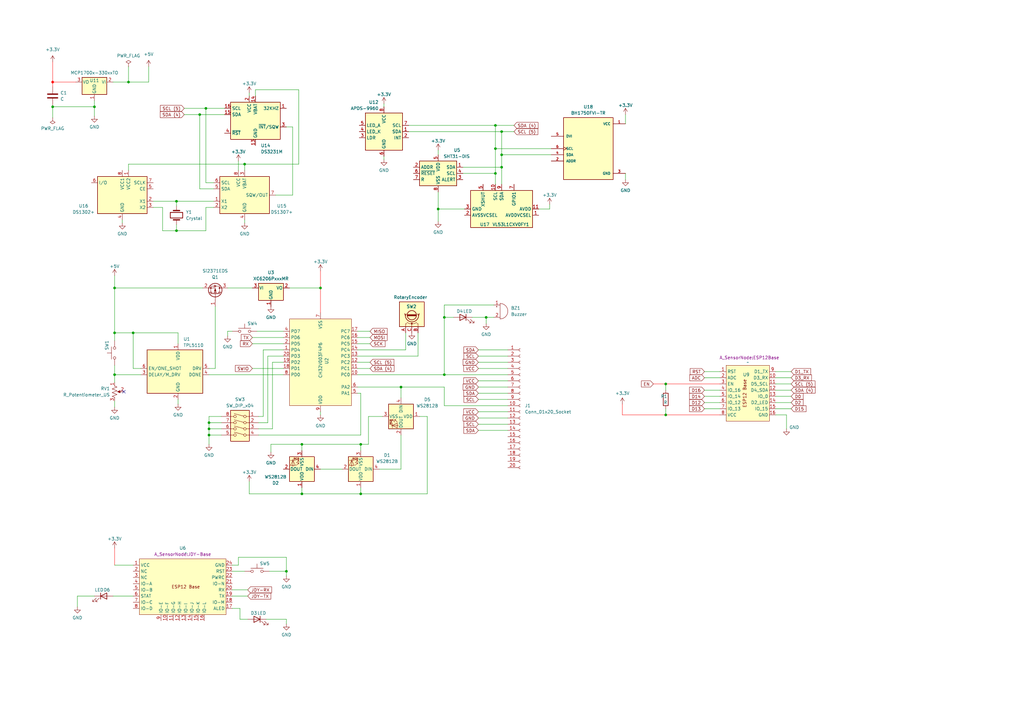
<source format=kicad_sch>
(kicad_sch (version 20230121) (generator eeschema)
  (paper "A3")
  (lib_symbols
    (symbol "A_SensorNode:ESP12_Base"
      (property "Reference" "U" (at 0 0 0))
      (symbol "ESP12_Base_1_1"
        (text "ESP12 Base\n" (at -1.27 -12.7 900) (effects (font (size 1.27 1.27))))
        (pin bidirectional line (at -11.43 -3.81 0) (length 2.54) (name "RST") (number "1"))
        (pin bidirectional line (at 11.43 -6.35 180) (length 2.54) (name "D3_RX") (number "10"))
        (pin bidirectional line (at 11.43 -8.89 180) (length 2.54) (name "D5_SCL") (number "11"))
        (pin bidirectional line (at 11.43 -11.43 180) (length 2.54) (name "D4_SDA") (number "12"))
        (pin bidirectional line (at 11.43 -13.97 180) (length 2.54) (name "IO_0") (number "13"))
        (pin bidirectional line (at 11.43 -16.51 180) (length 2.54) (name "D2_LED") (number "14"))
        (pin bidirectional line (at 11.43 -19.05 180) (length 2.54) (name "IO_15") (number "15"))
        (pin power_in line (at 11.43 -21.59 180) (length 2.54) (name "GND") (number "16"))
        (pin bidirectional line (at -11.43 -6.35 0) (length 2.54) (name "ADC") (number "2"))
        (pin input line (at -11.43 -8.89 0) (length 2.54) (name "EN") (number "3"))
        (pin bidirectional line (at -11.43 -11.43 0) (length 2.54) (name "IO_16") (number "4"))
        (pin bidirectional line (at -11.43 -13.97 0) (length 2.54) (name "IO_14") (number "5"))
        (pin bidirectional line (at -11.43 -16.51 0) (length 2.54) (name "IO_12") (number "6"))
        (pin bidirectional line (at -11.43 -19.05 0) (length 2.54) (name "IO_13") (number "7"))
        (pin power_in line (at -11.43 -21.59 0) (length 2.54) (name "VCC") (number "8"))
        (pin bidirectional line (at 11.43 -3.81 180) (length 2.54) (name "D1_TX") (number "9"))
      )
    )
    (symbol "A_SensorNode:JDY-Base"
      (property "Reference" "U" (at 0 0 0))
      (property "Footprint" "A_SensorNode:JDY-Base" (at -1.27 -10.16 0))
      (symbol "JDY-Base_1_1"
        (text "ESP12 Base\n" (at 0 -13.97 0) (effects (font (size 1.27 1.27))))
        (pin bidirectional line (at -21.59 -5.08 0) (length 2.54) (name "VCC") (number "1"))
        (pin bidirectional line (at -7.62 -27.94 90) (length 2.54) (name "IO-F") (number "10"))
        (pin bidirectional line (at -5.08 -27.94 90) (length 2.54) (name "IO-G") (number "11"))
        (pin bidirectional line (at -2.54 -27.94 90) (length 2.54) (name "IO-H") (number "12"))
        (pin bidirectional line (at 0 -27.94 90) (length 2.54) (name "IO-I") (number "13"))
        (pin bidirectional line (at 2.54 -27.94 90) (length 2.54) (name "IO-J") (number "14"))
        (pin bidirectional line (at 5.08 -27.94 90) (length 2.54) (name "IO-K") (number "15"))
        (pin bidirectional line (at 7.62 -27.94 90) (length 2.54) (name "IO-L") (number "16"))
        (pin bidirectional line (at 19.05 -22.86 180) (length 2.54) (name "ALED") (number "17"))
        (pin bidirectional line (at 19.05 -20.32 180) (length 2.54) (name "IO-M") (number "18"))
        (pin bidirectional line (at 19.05 -17.78 180) (length 2.54) (name "TX") (number "19"))
        (pin bidirectional line (at -21.59 -7.62 0) (length 2.54) (name "NC") (number "2"))
        (pin bidirectional line (at 19.05 -15.24 180) (length 2.54) (name "RX") (number "20"))
        (pin bidirectional line (at 19.05 -12.7 180) (length 2.54) (name "IO-N") (number "21"))
        (pin bidirectional line (at 19.05 -10.16 180) (length 2.54) (name "PWRC") (number "22"))
        (pin bidirectional line (at 19.05 -7.62 180) (length 2.54) (name "RST") (number "23"))
        (pin bidirectional line (at 19.05 -5.08 180) (length 2.54) (name "GND") (number "24"))
        (pin bidirectional line (at -21.59 -10.16 0) (length 2.54) (name "NC") (number "3"))
        (pin bidirectional line (at -21.59 -12.7 0) (length 2.54) (name "IO-A") (number "4"))
        (pin bidirectional line (at -21.59 -15.24 0) (length 2.54) (name "IO-B") (number "5"))
        (pin bidirectional line (at -21.59 -17.78 0) (length 2.54) (name "STAT") (number "6"))
        (pin bidirectional line (at -21.59 -20.32 0) (length 2.54) (name "IO-C") (number "7"))
        (pin bidirectional line (at -21.59 -22.86 0) (length 2.54) (name "IO-D") (number "8"))
        (pin bidirectional line (at -10.16 -27.94 90) (length 2.54) (name "IO-E") (number "9"))
      )
    )
    (symbol "BH1750FVI-TR:BH1750FVI-TR" (pin_names (offset 1.016))
      (property "Reference" "U" (at -10.1737 13.462 0))
      (property "Value" "BH1750FVI-TR" (at -9.922 -15.24 0))
      (symbol "BH1750FVI-TR_0_0"
        (pin power_in line (at 15.24 10.16 180) (length 5.08) (name "VCC") (number "1"))
        (pin input line (at -15.24 -5.08 0) (length 5.08) (name "ADDR") (number "2"))
        (pin power_in line (at 15.24 -10.16 180) (length 5.08) (name "GND") (number "3"))
        (pin bidirectional line (at -15.24 -2.54 0) (length 5.08) (name "SDA") (number "4"))
        (pin input line (at -15.24 5.08 0) (length 5.08) (name "DVI") (number "5"))
        (pin input clock (at -15.24 0 0) (length 5.08) (name "SCL") (number "6"))
      )
    )
    (symbol "Connector:Conn_01x20_Socket" (pin_names (offset 1.016) hide)
      (property "Reference" "J" (at 0 25.4 0))
      (property "Value" "Conn_01x20_Socket" (at 0 -27.94 0))
      (symbol "Conn_01x20_Socket_1_1"
        (pin passive line (at -5.08 22.86 0) (length 3.81) (name "Pin_1") (number "1"))
        (pin passive line (at -5.08 0 0) (length 3.81) (name "Pin_10") (number "10"))
        (pin passive line (at -5.08 -2.54 0) (length 3.81) (name "Pin_11") (number "11"))
        (pin passive line (at -5.08 -5.08 0) (length 3.81) (name "Pin_12") (number "12"))
        (pin passive line (at -5.08 -7.62 0) (length 3.81) (name "Pin_13") (number "13"))
        (pin passive line (at -5.08 -10.16 0) (length 3.81) (name "Pin_14") (number "14"))
        (pin passive line (at -5.08 -12.7 0) (length 3.81) (name "Pin_15") (number "15"))
        (pin passive line (at -5.08 -15.24 0) (length 3.81) (name "Pin_16") (number "16"))
        (pin passive line (at -5.08 -17.78 0) (length 3.81) (name "Pin_17") (number "17"))
        (pin passive line (at -5.08 -20.32 0) (length 3.81) (name "Pin_18") (number "18"))
        (pin passive line (at -5.08 -22.86 0) (length 3.81) (name "Pin_19") (number "19"))
        (pin passive line (at -5.08 20.32 0) (length 3.81) (name "Pin_2") (number "2"))
        (pin passive line (at -5.08 -25.4 0) (length 3.81) (name "Pin_20") (number "20"))
        (pin passive line (at -5.08 17.78 0) (length 3.81) (name "Pin_3") (number "3"))
        (pin passive line (at -5.08 15.24 0) (length 3.81) (name "Pin_4") (number "4"))
        (pin passive line (at -5.08 12.7 0) (length 3.81) (name "Pin_5") (number "5"))
        (pin passive line (at -5.08 10.16 0) (length 3.81) (name "Pin_6") (number "6"))
        (pin passive line (at -5.08 7.62 0) (length 3.81) (name "Pin_7") (number "7"))
        (pin passive line (at -5.08 5.08 0) (length 3.81) (name "Pin_8") (number "8"))
        (pin passive line (at -5.08 2.54 0) (length 3.81) (name "Pin_9") (number "9"))
      )
    )
    (symbol "Device:Buzzer" (pin_names (offset 0.0254) hide)
      (property "Reference" "BZ" (at 3.81 1.27 0))
      (property "Value" "Buzzer" (at 3.81 -1.27 0))
      (symbol "Buzzer_1_1"
        (pin passive line (at -2.54 2.54 0) (length 2.54) (name "-") (number "1"))
        (pin passive line (at -2.54 -2.54 0) (length 2.54) (name "+") (number "2"))
      )
    )
    (symbol "Device:C" (pin_numbers hide) (pin_names (offset 0.254))
      (property "Reference" "C" (at 0.635 2.54 0))
      (property "Value" "C" (at 0.635 -2.54 0))
      (symbol "C_1_1"
        (pin passive line (at 0 3.81 270) (length 2.794) (name "~") (number "1"))
        (pin passive line (at 0 -3.81 90) (length 2.794) (name "~") (number "2"))
      )
    )
    (symbol "Device:Crystal" (pin_numbers hide) (pin_names (offset 1.016) hide)
      (property "Reference" "Y" (at 0 3.81 0))
      (property "Value" "Crystal" (at 0 -3.81 0))
      (symbol "Crystal_1_1"
        (pin passive line (at -3.81 0 0) (length 1.27) (name "1") (number "1"))
        (pin passive line (at 3.81 0 180) (length 1.27) (name "2") (number "2"))
      )
    )
    (symbol "Device:LED" (pin_numbers hide) (pin_names (offset 1.016) hide)
      (property "Reference" "D" (at 0 2.54 0))
      (property "Value" "LED" (at 0 -2.54 0))
      (symbol "LED_1_1"
        (pin passive line (at -3.81 0 0) (length 2.54) (name "K") (number "1"))
        (pin passive line (at 3.81 0 180) (length 2.54) (name "A") (number "2"))
      )
    )
    (symbol "Device:R" (pin_numbers hide) (pin_names (offset 0))
      (property "Reference" "R" (at 2.032 0 90))
      (property "Value" "R" (at 0 0 90))
      (symbol "R_1_1"
        (pin passive line (at 0 3.81 270) (length 1.27) (name "~") (number "1"))
        (pin passive line (at 0 -3.81 90) (length 1.27) (name "~") (number "2"))
      )
    )
    (symbol "Device:R_Potentiometer_US" (pin_names (offset 1.016) hide)
      (property "Reference" "RV" (at -4.445 0 90))
      (property "Value" "R_Potentiometer_US" (at -2.54 0 90))
      (symbol "R_Potentiometer_US_1_1"
        (pin passive line (at 0 3.81 270) (length 1.27) (name "1") (number "1"))
        (pin passive line (at 3.81 0 180) (length 1.27) (name "2") (number "2"))
        (pin passive line (at 0 -3.81 90) (length 1.27) (name "3") (number "3"))
      )
    )
    (symbol "Device:RotaryEncoder" (pin_names (offset 0.254) hide)
      (property "Reference" "SW" (at 0 6.604 0))
      (property "Value" "RotaryEncoder" (at 0 -6.604 0))
      (symbol "RotaryEncoder_1_1"
        (pin passive line (at -7.62 2.54 0) (length 2.54) (name "A") (number "A"))
        (pin passive line (at -7.62 -2.54 0) (length 2.54) (name "B") (number "B"))
        (pin passive line (at -7.62 0 0) (length 2.54) (name "C") (number "C"))
      )
    )
    (symbol "LED:WS2812B" (pin_names (offset 0.254))
      (property "Reference" "D" (at 5.08 5.715 0))
      (property "Value" "WS2812B" (at 1.27 -5.715 0))
      (symbol "WS2812B_0_0"
        (text "RGB" (at 2.286 -4.191 0) (effects (font (size 0.762 0.762))))
      )
      (symbol "WS2812B_1_1"
        (pin power_in line (at 0 7.62 270) (length 2.54) (name "VDD") (number "1"))
        (pin output line (at 7.62 0 180) (length 2.54) (name "DOUT") (number "2"))
        (pin power_in line (at 0 -7.62 90) (length 2.54) (name "VSS") (number "3"))
        (pin input line (at -7.62 0 0) (length 2.54) (name "DIN") (number "4"))
      )
    )
    (symbol "Regulator_Linear:MCP1700x-330xxTO" (pin_names (offset 0.254))
      (property "Reference" "U" (at -3.81 -3.175 0))
      (property "Value" "MCP1700x-330xxTO" (at 0 -3.175 0))
      (symbol "MCP1700x-330xxTO_1_1"
        (pin power_in line (at 0 7.62 270) (length 2.54) (name "GND") (number "1"))
        (pin power_in line (at -7.62 0 0) (length 2.54) (name "VI") (number "2"))
        (pin power_out line (at 7.62 0 180) (length 2.54) (name "VO") (number "3"))
      )
    )
    (symbol "Regulator_Linear:XC6206PxxxMR" (pin_names (offset 0.254))
      (property "Reference" "U" (at -3.81 3.175 0))
      (property "Value" "XC6206PxxxMR" (at 0 3.175 0))
      (symbol "XC6206PxxxMR_1_1"
        (pin power_in line (at 0 -7.62 90) (length 2.54) (name "GND") (number "1"))
        (pin power_out line (at 7.62 0 180) (length 2.54) (name "VO") (number "2"))
        (pin power_in line (at -7.62 0 0) (length 2.54) (name "VI") (number "3"))
      )
    )
    (symbol "Sensor:APDS-9960"
      (property "Reference" "U" (at -5.08 8.89 0))
      (property "Value" "APDS-9960" (at 6.35 8.89 0))
      (symbol "APDS-9960_1_1"
        (pin bidirectional line (at -10.16 0 0) (length 2.54) (name "SDA") (number "1"))
        (pin open_collector line (at -10.16 -2.54 0) (length 2.54) (name "INT") (number "2"))
        (pin passive line (at 10.16 -2.54 180) (length 2.54) (name "LDR") (number "3"))
        (pin passive line (at 10.16 0 180) (length 2.54) (name "LED_K") (number "4"))
        (pin passive line (at 10.16 2.54 180) (length 2.54) (name "LED_A") (number "5"))
        (pin power_in line (at 0 -10.16 90) (length 2.54) (name "GND") (number "6"))
        (pin input line (at -10.16 2.54 0) (length 2.54) (name "SCL") (number "7"))
        (pin power_in line (at 0 10.16 270) (length 2.54) (name "VCC") (number "8"))
      )
    )
    (symbol "Sensor_Distance:VL53L1CXV0FY1"
      (property "Reference" "U" (at -6.35 13.97 0))
      (property "Value" "VL53L1CXV0FY1" (at 12.065 13.97 0))
      (symbol "VL53L1CXV0FY1_1_1"
        (pin power_in line (at 2.54 15.24 270) (length 2.54) (name "AVDDVCSEL") (number "1"))
        (pin input line (at -10.16 -2.54 0) (length 2.54) (name "SCL") (number "10"))
        (pin power_in line (at 0 15.24 270) (length 2.54) (name "AVDD") (number "11"))
        (pin passive line (at 0 -15.24 90) (length 2.54) hide (name "GND") (number "12"))
        (pin power_in line (at 2.54 -15.24 90) (length 2.54) (name "AVSSVCSEL") (number "2"))
        (pin power_in line (at 0 -15.24 90) (length 2.54) (name "GND") (number "3"))
        (pin passive line (at 0 -15.24 90) (length 2.54) hide (name "GND") (number "4"))
        (pin input line (at -10.16 -7.62 0) (length 2.54) (name "XSHUT") (number "5"))
        (pin passive line (at 0 -15.24 90) (length 2.54) hide (name "GND") (number "6"))
        (pin open_collector line (at -10.16 5.08 0) (length 2.54) (name "GPIO1") (number "7"))
        (pin no_connect line (at -7.62 7.62 0) (length 2.54) hide (name "DNC") (number "8"))
        (pin bidirectional line (at -10.16 0 0) (length 2.54) (name "SDA") (number "9"))
      )
    )
    (symbol "Sensor_Humidity:SHT31-DIS"
      (property "Reference" "U" (at -6.35 6.35 0))
      (property "Value" "SHT31-DIS" (at 6.35 6.35 0))
      (symbol "SHT31-DIS_1_1"
        (pin bidirectional line (at 10.16 2.54 180) (length 2.54) (name "SDA") (number "1"))
        (pin input line (at -10.16 2.54 0) (length 2.54) (name "ADDR") (number "2"))
        (pin output line (at 10.16 -2.54 180) (length 2.54) (name "ALERT") (number "3"))
        (pin input line (at 10.16 0 180) (length 2.54) (name "SCL") (number "4"))
        (pin power_in line (at 0 7.62 270) (length 2.54) (name "VDD") (number "5"))
        (pin input line (at -10.16 0 0) (length 2.54) (name "~{RESET}") (number "6"))
        (pin passive line (at -10.16 -2.54 0) (length 2.54) (name "R") (number "7"))
        (pin power_in line (at 0 -7.62 90) (length 2.54) (name "VSS") (number "8"))
        (pin passive line (at 0 -7.62 90) (length 2.54) hide (name "VSS") (number "9"))
      )
    )
    (symbol "Switch:SW_DIP_x04" (pin_names (offset 0) hide)
      (property "Reference" "SW" (at 0 8.89 0))
      (property "Value" "SW_DIP_x04" (at 0 -6.35 0))
      (symbol "SW_DIP_x04_1_1"
        (pin passive line (at -7.62 5.08 0) (length 5.08) (name "~") (number "1"))
        (pin passive line (at -7.62 2.54 0) (length 5.08) (name "~") (number "2"))
        (pin passive line (at -7.62 0 0) (length 5.08) (name "~") (number "3"))
        (pin passive line (at -7.62 -2.54 0) (length 5.08) (name "~") (number "4"))
        (pin passive line (at 7.62 -2.54 180) (length 5.08) (name "~") (number "5"))
        (pin passive line (at 7.62 0 180) (length 5.08) (name "~") (number "6"))
        (pin passive line (at 7.62 2.54 180) (length 5.08) (name "~") (number "7"))
        (pin passive line (at 7.62 5.08 180) (length 5.08) (name "~") (number "8"))
      )
    )
    (symbol "Switch:SW_Push" (pin_numbers hide) (pin_names (offset 1.016) hide)
      (property "Reference" "SW" (at 1.27 2.54 0))
      (property "Value" "SW_Push" (at 0 -1.524 0))
      (symbol "SW_Push_0_1"
        (pin passive line (at -5.08 0 0) (length 2.54) (name "1") (number "1"))
        (pin passive line (at 5.08 0 180) (length 2.54) (name "2") (number "2"))
      )
    )
    (symbol "Timer:TPL5110"
      (property "Reference" "U" (at -10.16 8.89 0))
      (property "Value" "TPL5110" (at 6.35 8.89 0))
      (symbol "TPL5110_1_1"
        (pin power_in line (at 0 10.16 270) (length 2.54) (name "VDD") (number "1"))
        (pin power_in line (at 0 -12.7 90) (length 2.54) (name "GND") (number "2"))
        (pin input line (at -15.24 -2.54 0) (length 2.54) (name "DELAY/M_DRV") (number "3"))
        (pin input line (at 12.7 -2.54 180) (length 2.54) (name "DONE") (number "4"))
        (pin output line (at 12.7 0 180) (length 2.54) (name "DRV") (number "5"))
        (pin input line (at -15.24 0 0) (length 2.54) (name "EN/ONE_SHOT") (number "6"))
      )
    )
    (symbol "Timer_RTC:DS1302+"
      (property "Reference" "U" (at -8.89 8.89 0))
      (property "Value" "DS1302+" (at 6.35 8.89 0))
      (symbol "DS1302+_1_1"
        (pin power_in line (at -2.54 10.16 270) (length 2.54) (name "VCC2") (number "1"))
        (pin input line (at -12.7 -2.54 0) (length 2.54) (name "X1") (number "2"))
        (pin input line (at -12.7 -5.08 0) (length 2.54) (name "X2") (number "3"))
        (pin power_in line (at 0 -10.16 90) (length 2.54) (name "GND") (number "4"))
        (pin input line (at -12.7 2.54 0) (length 2.54) (name "CE") (number "5"))
        (pin bidirectional line (at 12.7 5.08 180) (length 2.54) (name "I/O") (number "6"))
        (pin input line (at -12.7 5.08 0) (length 2.54) (name "SCLK") (number "7"))
        (pin power_in line (at 0 10.16 270) (length 2.54) (name "VCC1") (number "8"))
      )
    )
    (symbol "Timer_RTC:DS1307+"
      (property "Reference" "U" (at -8.89 8.89 0))
      (property "Value" "DS1307+" (at 1.27 8.89 0))
      (symbol "DS1307+_1_1"
        (pin input line (at -12.7 -2.54 0) (length 2.54) (name "X1") (number "1"))
        (pin input line (at -12.7 -5.08 0) (length 2.54) (name "X2") (number "2"))
        (pin power_in line (at 0 10.16 270) (length 2.54) (name "VBAT") (number "3"))
        (pin power_in line (at 0 -10.16 90) (length 2.54) (name "GND") (number "4"))
        (pin bidirectional line (at -12.7 2.54 0) (length 2.54) (name "SDA") (number "5"))
        (pin input line (at -12.7 5.08 0) (length 2.54) (name "SCL") (number "6"))
        (pin open_collector line (at 12.7 0 180) (length 2.54) (name "SQW/OUT") (number "7"))
        (pin power_in line (at -2.54 10.16 270) (length 2.54) (name "VCC") (number "8"))
      )
    )
    (symbol "Timer_RTC:DS3231M"
      (property "Reference" "U" (at -7.62 8.89 0))
      (property "Value" "DS3231M" (at 10.16 8.89 0))
      (symbol "DS3231M_1_1"
        (pin open_collector line (at 12.7 5.08 180) (length 2.54) (name "32KHZ") (number "1"))
        (pin passive line (at 0 -10.16 90) (length 2.54) hide (name "GND") (number "10"))
        (pin passive line (at 0 -10.16 90) (length 2.54) hide (name "GND") (number "11"))
        (pin passive line (at 0 -10.16 90) (length 2.54) hide (name "GND") (number "12"))
        (pin power_in line (at 0 -10.16 90) (length 2.54) (name "GND") (number "13"))
        (pin power_in line (at 0 10.16 270) (length 2.54) (name "VBAT") (number "14"))
        (pin bidirectional line (at -12.7 2.54 0) (length 2.54) (name "SDA") (number "15"))
        (pin input line (at -12.7 5.08 0) (length 2.54) (name "SCL") (number "16"))
        (pin power_in line (at -2.54 10.16 270) (length 2.54) (name "VCC") (number "2"))
        (pin open_collector line (at 12.7 -2.54 180) (length 2.54) (name "~{INT}/SQW") (number "3"))
        (pin bidirectional line (at -12.7 -5.08 0) (length 2.54) (name "~{RST}") (number "4"))
        (pin passive line (at 0 -10.16 90) (length 2.54) hide (name "GND") (number "5"))
        (pin passive line (at 0 -10.16 90) (length 2.54) hide (name "GND") (number "6"))
        (pin passive line (at 0 -10.16 90) (length 2.54) hide (name "GND") (number "7"))
        (pin passive line (at 0 -10.16 90) (length 2.54) hide (name "GND") (number "8"))
        (pin passive line (at 0 -10.16 90) (length 2.54) hide (name "GND") (number "9"))
      )
    )
    (symbol "Transistor_FET:Si2371EDS" (pin_names hide)
      (property "Reference" "Q" (at 5.08 1.905 0))
      (property "Value" "Si2371EDS" (at 5.08 0 0))
      (symbol "Si2371EDS_1_1"
        (pin input line (at -5.08 0 0) (length 2.54) (name "G") (number "1"))
        (pin passive line (at 2.54 -5.08 90) (length 2.54) (name "S") (number "2"))
        (pin passive line (at 2.54 5.08 270) (length 2.54) (name "D") (number "3"))
      )
    )
    (symbol "power:+3.3V" (power) (pin_names (offset 0))
      (property "Value" "+3.3V" (at 0 3.556 0))
      (symbol "+3.3V_1_1"
        (pin power_in line (at 0 0 90) (length 0) hide (name "+3.3V") (number "1"))
      )
    )
    (symbol "power:+5V" (power) (pin_names (offset 0))
      (property "Value" "+5V" (at 0 3.556 0))
      (symbol "+5V_1_1"
        (pin power_in line (at 0 0 90) (length 0) hide (name "+5V") (number "1"))
      )
    )
    (symbol "power:GND" (power) (pin_names (offset 0))
      (property "Value" "GND" (at 0 -3.81 0))
      (symbol "GND_1_1"
        (pin power_in line (at 0 0 270) (length 0) hide (name "GND") (number "1"))
      )
    )
    (symbol "power:PWR_FLAG" (power) (pin_numbers hide) (pin_names (offset 0) hide)
      (property "Value" "PWR_FLAG" (at 0 3.81 0))
      (symbol "PWR_FLAG_0_0"
        (pin power_out line (at 0 0 90) (length 0) (name "pwr") (number "1"))
      )
    )
    (symbol "wch-mcu:CH32V003F4P6"
      (property "Reference" "U" (at -12.7 19.05 0))
      (property "Value" "CH32V003F4P6" (at 1.27 19.05 0))
      (symbol "CH32V003F4P6_1_0"
        (pin bidirectional line (at 15.24 -10.16 180) (length 2.54) (name "PC6") (number "16"))
        (pin bidirectional line (at 15.24 -12.7 180) (length 2.54) (name "PC7") (number "17"))
        (pin bidirectional line (at -15.24 2.54 0) (length 2.54) (name "PD1") (number "18"))
        (pin bidirectional line (at -15.24 0 0) (length 2.54) (name "PD2") (number "19"))
        (pin bidirectional line (at -15.24 -2.54 0) (length 2.54) (name "PD3") (number "20"))
      )
      (symbol "CH32V003F4P6_1_1"
        (pin bidirectional line (at -15.24 -5.08 0) (length 2.54) (name "PD4") (number "1"))
        (pin bidirectional line (at 15.24 5.08 180) (length 2.54) (name "PC0") (number "10"))
        (pin bidirectional line (at 15.24 2.54 180) (length 2.54) (name "PC1") (number "11"))
        (pin bidirectional line (at 15.24 0 180) (length 2.54) (name "PC2") (number "12"))
        (pin bidirectional line (at 15.24 -2.54 180) (length 2.54) (name "PC3") (number "13"))
        (pin bidirectional line (at 15.24 -5.08 180) (length 2.54) (name "PC4") (number "14"))
        (pin bidirectional line (at 15.24 -7.62 180) (length 2.54) (name "PC5") (number "15"))
        (pin bidirectional line (at -15.24 -7.62 0) (length 2.54) (name "PD5") (number "2"))
        (pin bidirectional line (at -15.24 -10.16 0) (length 2.54) (name "PD6") (number "3"))
        (pin bidirectional line (at -15.24 -12.7 0) (length 2.54) (name "PD7") (number "4"))
        (pin bidirectional line (at 15.24 12.7 180) (length 2.54) (name "PA1") (number "5"))
        (pin bidirectional line (at 15.24 10.16 180) (length 2.54) (name "PA2") (number "6"))
        (pin power_in line (at 0 -20.32 90) (length 2.54) (name "VSS") (number "7"))
        (pin bidirectional line (at -15.24 5.08 0) (length 2.54) (name "PD0") (number "8"))
        (pin power_in line (at 0 20.32 270) (length 2.54) (name "VDD") (number "9"))
      )
    )
  )
  (junction (at 131.445 118.11))
  (junction (at 273.05 157.48))
  (junction (at 46.99 136.525))
  (junction (at 72.39 82.55))
  (junction (at 84.455 44.45))
  (junction (at 182.245 130.175))
  (junction (at 54.61 136.525))
  (junction (at 123.825 202.565))
  (junction (at 52.705 33.655))
  (junction (at 203.2 71.12))
  (junction (at 147.955 182.245))
  (junction (at 21.59 33.655) (color 255 0 0 1))
  (junction (at 147.955 202.565))
  (junction (at 46.99 153.67))
  (junction (at 273.05 170.18))
  (junction (at 182.245 153.67))
  (junction (at 81.915 46.99))
  (junction (at 205.74 53.975))
  (junction (at 205.74 68.58))
  (junction (at 199.39 130.175))
  (junction (at 21.59 43.815))
  (junction (at 38.735 43.815))
  (junction (at 203.2 60.96))
  (junction (at 179.705 85.725))
  (junction (at 46.99 118.11))
  (junction (at 123.825 182.245))
  (junction (at 72.39 94.615))
  (junction (at 117.475 234.315))
  (junction (at 85.725 173.355))
  (junction (at 100.33 67.31))
  (junction (at 203.2 51.435))
  (junction (at 164.465 158.75))
  (junction (at 85.725 178.435))
  (junction (at 205.74 63.5))
  (junction (at 85.725 175.895))
  (no_connect (at 50.8 160.655))
  (wire (pts (xy 103.505 151.13) (xy 116.205 151.13)))
  (wire (pts (xy 102.235 38.1) (xy 102.235 39.37)))
  (wire (pts (xy 147.955 161.29) (xy 146.685 161.29)))
  (wire (pts (xy 151.765 140.97) (xy 146.685 140.97)))
  (wire (pts (xy 46.99 153.67) (xy 57.785 153.67)))
  (wire (pts (xy 189.865 71.12) (xy 203.2 71.12)))
  (wire (pts (xy 123.825 182.245) (xy 123.825 184.785)))
  (wire (pts (xy 140.335 192.405) (xy 131.445 192.405)))
  (wire (pts (xy 81.915 77.47) (xy 87.63 77.47)))
  (wire (pts (xy 175.26 202.565) (xy 147.955 202.565)))
  (wire (pts (xy 167.64 53.975) (xy 205.74 53.975)))
  (wire (pts (xy 84.455 44.45) (xy 92.075 44.45)))
  (wire (pts (xy 73.025 140.97) (xy 73.025 136.525)))
  (wire (pts (xy 106.045 173.355) (xy 109.855 173.355)))
  (wire (pts (xy 318.135 160.02) (xy 324.485 160.02)))
  (wire (pts (xy 21.59 25.4) (xy 21.59 33.655)) (stroke (width 0) (color 255 0 0 1)))
  (wire (pts (xy 131.445 170.18) (xy 131.445 168.91)))
  (wire (pts (xy 100.33 67.31) (xy 122.555 67.31)))
  (wire (pts (xy 131.445 128.27) (xy 131.445 118.11)) (stroke (width 0) (color 255 0 0 1)))
  (wire (pts (xy 203.2 71.12) (xy 203.2 75.565)))
  (wire (pts (xy 81.915 46.99) (xy 81.915 77.47)))
  (wire (pts (xy 199.39 130.175) (xy 202.565 130.175)))
  (wire (pts (xy 196.215 176.53) (xy 208.28 176.53)))
  (wire (pts (xy 273.05 170.18) (xy 295.275 170.18)) (stroke (width 0) (color 255 0 0 1)))
  (wire (pts (xy 146.685 146.05) (xy 171.45 146.05)))
  (wire (pts (xy 205.74 53.975) (xy 205.74 63.5)))
  (wire (pts (xy 38.735 43.815) (xy 38.735 47.625)))
  (wire (pts (xy 111.125 185.42) (xy 111.125 182.245)))
  (wire (pts (xy 273.05 167.64) (xy 273.05 170.18)))
  (wire (pts (xy 117.475 234.315) (xy 117.475 236.22)))
  (wire (pts (xy 146.685 151.13) (xy 151.765 151.13)))
  (wire (pts (xy 182.245 130.175) (xy 182.245 153.67)))
  (wire (pts (xy 273.05 157.48) (xy 273.05 160.02)))
  (wire (pts (xy 73.025 136.525) (xy 54.61 136.525)))
  (wire (pts (xy 256.54 71.12) (xy 256.54 73.66)))
  (wire (pts (xy 179.705 85.725) (xy 179.705 90.805)))
  (wire (pts (xy 171.45 136.525) (xy 171.45 146.05)))
  (wire (pts (xy 196.215 146.05) (xy 208.28 146.05)))
  (wire (pts (xy 62.865 85.09) (xy 66.675 85.09)))
  (wire (pts (xy 196.215 171.45) (xy 208.28 171.45)))
  (wire (pts (xy 87.63 85.09) (xy 84.455 85.09)))
  (wire (pts (xy 66.675 85.09) (xy 66.675 94.615)))
  (wire (pts (xy 147.955 178.435) (xy 147.955 161.29)))
  (wire (pts (xy 196.215 158.75) (xy 208.28 158.75)))
  (wire (pts (xy 205.74 63.5) (xy 226.06 63.5)))
  (wire (pts (xy 100.33 67.31) (xy 100.33 69.85)))
  (wire (pts (xy 295.275 162.56) (xy 288.925 162.56)))
  (wire (pts (xy 255.27 170.18) (xy 273.05 170.18)) (stroke (width 0) (color 255 0 0 1)))
  (wire (pts (xy 205.74 68.58) (xy 205.74 75.565)))
  (wire (pts (xy 203.2 51.435) (xy 203.2 60.96)))
  (wire (pts (xy 120.015 80.01) (xy 113.03 80.01)))
  (wire (pts (xy 205.74 53.975) (xy 210.82 53.975)))
  (wire (pts (xy 107.95 143.51) (xy 116.205 143.51)))
  (wire (pts (xy 255.27 170.18) (xy 255.27 165.735)) (stroke (width 0) (color 255 0 0 1)))
  (wire (pts (xy 46.99 113.03) (xy 46.99 118.11)))
  (wire (pts (xy 131.445 118.11) (xy 131.445 111.125)) (stroke (width 0) (color 255 0 0 1)))
  (wire (pts (xy 106.045 175.895) (xy 111.76 175.895)))
  (wire (pts (xy 95.25 249.555) (xy 98.425 249.555)))
  (wire (pts (xy 157.48 42.545) (xy 157.48 43.815)))
  (wire (pts (xy 164.465 158.75) (xy 164.465 163.195)))
  (wire (pts (xy 46.99 149.86) (xy 46.99 153.67)))
  (wire (pts (xy 202.565 125.095) (xy 182.245 125.095)))
  (wire (pts (xy 62.865 82.55) (xy 72.39 82.55)))
  (wire (pts (xy 193.675 130.175) (xy 199.39 130.175)))
  (wire (pts (xy 46.99 231.775) (xy 46.99 224.79)) (stroke (width 0) (color 255 0 0 1)))
  (wire (pts (xy 182.245 166.37) (xy 208.28 166.37)))
  (wire (pts (xy 166.37 136.525) (xy 166.37 143.51)))
  (wire (pts (xy 109.855 173.355) (xy 109.855 146.05)))
  (wire (pts (xy 109.855 146.05) (xy 116.205 146.05)))
  (wire (pts (xy 75.565 46.99) (xy 81.915 46.99)))
  (wire (pts (xy 105.41 135.89) (xy 116.205 135.89)))
  (wire (pts (xy 97.79 231.775) (xy 95.25 231.775)))
  (wire (pts (xy 111.76 175.895) (xy 111.76 148.59)))
  (wire (pts (xy 52.705 27.305) (xy 52.705 33.655)))
  (wire (pts (xy 97.79 66.04) (xy 97.79 69.85)))
  (wire (pts (xy 103.505 140.97) (xy 116.205 140.97)))
  (wire (pts (xy 72.39 92.075) (xy 72.39 94.615)))
  (wire (pts (xy 103.505 138.43) (xy 116.205 138.43)))
  (wire (pts (xy 101.6 241.935) (xy 95.25 241.935)))
  (wire (pts (xy 38.735 244.475) (xy 31.75 244.475)))
  (wire (pts (xy 318.135 162.56) (xy 324.485 162.56)))
  (wire (pts (xy 117.475 52.07) (xy 120.015 52.07)))
  (wire (pts (xy 50.165 90.17) (xy 50.165 91.44)))
  (wire (pts (xy 104.775 39.37) (xy 104.775 36.83)))
  (wire (pts (xy 107.95 170.815) (xy 106.045 170.815)))
  (wire (pts (xy 92.075 46.99) (xy 81.915 46.99)))
  (wire (pts (xy 295.275 165.1) (xy 288.925 165.1)))
  (wire (pts (xy 322.58 170.18) (xy 322.58 175.895)))
  (wire (pts (xy 146.685 148.59) (xy 151.765 148.59)))
  (wire (pts (xy 196.215 173.99) (xy 208.28 173.99)))
  (wire (pts (xy 186.055 130.175) (xy 182.245 130.175)))
  (wire (pts (xy 85.725 175.895) (xy 85.725 178.435)))
  (wire (pts (xy 85.725 173.355) (xy 90.805 173.355)))
  (wire (pts (xy 97.79 228.6) (xy 97.79 231.775)))
  (wire (pts (xy 196.215 161.29) (xy 208.28 161.29)))
  (wire (pts (xy 295.275 152.4) (xy 288.925 152.4)))
  (wire (pts (xy 21.59 43.815) (xy 21.59 48.26)))
  (wire (pts (xy 117.475 228.6) (xy 117.475 234.315)))
  (wire (pts (xy 85.725 170.815) (xy 85.725 173.355)))
  (wire (pts (xy 196.215 168.91) (xy 208.28 168.91)))
  (wire (pts (xy 93.345 135.89) (xy 93.345 137.795)))
  (wire (pts (xy 123.825 200.025) (xy 123.825 202.565)))
  (wire (pts (xy 123.825 202.565) (xy 147.955 202.565)))
  (wire (pts (xy 179.705 85.725) (xy 190.5 85.725)))
  (wire (pts (xy 164.465 178.435) (xy 164.465 192.405)))
  (wire (pts (xy 122.555 36.83) (xy 122.555 67.31)))
  (wire (pts (xy 31.75 244.475) (xy 31.75 248.92)))
  (wire (pts (xy 98.425 254) (xy 101.6 254)))
  (wire (pts (xy 57.785 151.13) (xy 54.61 151.13)))
  (wire (pts (xy 95.25 135.89) (xy 93.345 135.89)))
  (wire (pts (xy 146.685 143.51) (xy 166.37 143.51)))
  (wire (pts (xy 106.045 178.435) (xy 147.955 178.435)))
  (wire (pts (xy 52.705 33.655) (xy 60.96 33.655)))
  (wire (pts (xy 199.39 130.175) (xy 199.39 132.715)))
  (wire (pts (xy 117.475 254) (xy 117.475 255.905)))
  (wire (pts (xy 111.76 148.59) (xy 116.205 148.59)))
  (wire (pts (xy 46.355 244.475) (xy 54.61 244.475)))
  (wire (pts (xy 85.725 178.435) (xy 85.725 182.245)))
  (wire (pts (xy 120.015 52.07) (xy 120.015 80.01)))
  (wire (pts (xy 111.125 182.245) (xy 123.825 182.245)))
  (wire (pts (xy 146.685 153.67) (xy 182.245 153.67)))
  (wire (pts (xy 157.48 64.135) (xy 157.48 65.405)))
  (wire (pts (xy 147.955 182.245) (xy 147.955 184.785)))
  (wire (pts (xy 84.455 94.615) (xy 72.39 94.615)))
  (wire (pts (xy 295.275 167.64) (xy 288.925 167.64)))
  (wire (pts (xy 85.725 175.895) (xy 90.805 175.895)))
  (wire (pts (xy 85.725 173.355) (xy 85.725 175.895)))
  (wire (pts (xy 102.235 197.485) (xy 102.235 202.565)))
  (wire (pts (xy 88.265 125.73) (xy 88.265 151.13)))
  (wire (pts (xy 54.61 136.525) (xy 54.61 151.13)))
  (wire (pts (xy 118.745 118.11) (xy 131.445 118.11)))
  (wire (pts (xy 225.425 83.82) (xy 225.425 85.725)))
  (wire (pts (xy 72.39 84.455) (xy 72.39 82.55)))
  (wire (pts (xy 203.2 60.96) (xy 203.2 71.12)))
  (wire (pts (xy 175.26 170.815) (xy 175.26 202.565)))
  (wire (pts (xy 38.735 41.275) (xy 38.735 43.815)))
  (wire (pts (xy 295.275 160.02) (xy 288.925 160.02)))
  (wire (pts (xy 102.235 202.565) (xy 123.825 202.565)))
  (wire (pts (xy 147.955 200.025) (xy 147.955 202.565)))
  (wire (pts (xy 164.465 192.405) (xy 155.575 192.405)))
  (wire (pts (xy 101.6 244.475) (xy 95.25 244.475)))
  (wire (pts (xy 104.775 36.83) (xy 122.555 36.83)))
  (wire (pts (xy 100.33 90.17) (xy 100.33 91.44)))
  (wire (pts (xy 46.355 33.655) (xy 52.705 33.655)))
  (wire (pts (xy 85.725 151.13) (xy 88.265 151.13)))
  (wire (pts (xy 98.425 249.555) (xy 98.425 254)))
  (wire (pts (xy 46.99 139.7) (xy 46.99 136.525)))
  (wire (pts (xy 46.99 118.11) (xy 83.185 118.11)))
  (wire (pts (xy 85.725 153.67) (xy 116.205 153.67)))
  (wire (pts (xy 46.99 156.845) (xy 46.99 153.67)))
  (wire (pts (xy 85.725 178.435) (xy 90.805 178.435)))
  (wire (pts (xy 151.13 170.815) (xy 156.845 170.815)))
  (wire (pts (xy 52.705 67.31) (xy 100.33 67.31)))
  (wire (pts (xy 179.705 78.74) (xy 179.705 85.725)))
  (wire (pts (xy 196.215 143.51) (xy 208.28 143.51)))
  (wire (pts (xy 182.245 125.095) (xy 182.245 130.175)))
  (wire (pts (xy 318.135 154.94) (xy 324.485 154.94)))
  (wire (pts (xy 273.05 157.48) (xy 295.275 157.48)) (stroke (width 0) (color 255 0 0 1)))
  (wire (pts (xy 52.705 69.85) (xy 52.705 67.31)))
  (wire (pts (xy 93.345 118.11) (xy 103.505 118.11)))
  (wire (pts (xy 318.135 152.4) (xy 324.485 152.4)))
  (wire (pts (xy 196.215 148.59) (xy 208.28 148.59)))
  (wire (pts (xy 87.63 74.93) (xy 84.455 74.93)))
  (wire (pts (xy 256.54 46.99) (xy 256.54 50.8)))
  (wire (pts (xy 60.96 27.305) (xy 60.96 33.655)))
  (wire (pts (xy 164.465 158.75) (xy 182.245 158.75)))
  (wire (pts (xy 179.705 61.595) (xy 179.705 63.5)))
  (wire (pts (xy 110.49 234.315) (xy 117.475 234.315)))
  (wire (pts (xy 46.99 136.525) (xy 54.61 136.525)))
  (wire (pts (xy 151.13 170.815) (xy 151.13 182.245)))
  (wire (pts (xy 318.135 167.64) (xy 324.485 167.64)))
  (wire (pts (xy 107.95 170.815) (xy 107.95 143.51)))
  (wire (pts (xy 21.59 33.655) (xy 21.59 35.56)) (stroke (width 0) (color 255 0 0 1)))
  (wire (pts (xy 21.59 43.815) (xy 21.59 43.18)))
  (wire (pts (xy 196.215 163.83) (xy 208.28 163.83)))
  (wire (pts (xy 151.13 182.245) (xy 147.955 182.245)))
  (wire (pts (xy 146.685 158.75) (xy 164.465 158.75)))
  (wire (pts (xy 318.135 165.1) (xy 324.485 165.1)))
  (wire (pts (xy 84.455 74.93) (xy 84.455 44.45)))
  (wire (pts (xy 203.2 60.96) (xy 226.06 60.96)))
  (wire (pts (xy 203.2 51.435) (xy 210.82 51.435)))
  (wire (pts (xy 109.22 254) (xy 117.475 254)))
  (wire (pts (xy 196.215 151.13) (xy 208.28 151.13)))
  (wire (pts (xy 73.025 163.83) (xy 73.025 165.735)))
  (wire (pts (xy 21.59 33.655) (xy 31.115 33.655)) (stroke (width 0) (color 255 0 0 1)))
  (wire (pts (xy 182.245 153.67) (xy 208.28 153.67)))
  (wire (pts (xy 220.98 85.725) (xy 225.425 85.725)))
  (wire (pts (xy 46.99 231.775) (xy 54.61 231.775)))
  (wire (pts (xy 295.275 154.94) (xy 288.925 154.94)))
  (wire (pts (xy 46.99 118.11) (xy 46.99 136.525)))
  (wire (pts (xy 151.765 138.43) (xy 146.685 138.43)))
  (wire (pts (xy 46.99 164.465) (xy 46.99 167.005)))
  (wire (pts (xy 189.865 68.58) (xy 205.74 68.58)))
  (wire (pts (xy 95.25 234.315) (xy 100.33 234.315)))
  (wire (pts (xy 151.765 135.89) (xy 146.685 135.89)))
  (wire (pts (xy 318.135 170.18) (xy 322.58 170.18)))
  (wire (pts (xy 123.825 182.245) (xy 147.955 182.245)))
  (wire (pts (xy 90.805 170.815) (xy 85.725 170.815)))
  (wire (pts (xy 97.79 228.6) (xy 117.475 228.6)))
  (wire (pts (xy 182.245 158.75) (xy 182.245 166.37)))
  (wire (pts (xy 267.97 157.48) (xy 273.05 157.48)) (stroke (width 0) (color 255 0 0 1)))
  (wire (pts (xy 21.59 43.815) (xy 38.735 43.815)))
  (wire (pts (xy 167.64 51.435) (xy 203.2 51.435)))
  (wire (pts (xy 205.74 63.5) (xy 205.74 68.58)))
  (wire (pts (xy 172.085 170.815) (xy 175.26 170.815)))
  (wire (pts (xy 66.675 94.615) (xy 72.39 94.615)))
  (wire (pts (xy 72.39 82.55) (xy 87.63 82.55)))
  (wire (pts (xy 75.565 44.45) (xy 84.455 44.45)))
  (wire (pts (xy 196.215 156.21) (xy 208.28 156.21)))
  (wire (pts (xy 318.135 157.48) (xy 324.485 157.48)))
  (wire (pts (xy 84.455 85.09) (xy 84.455 94.615)))
  (global_label "GND" (shape input) (at 196.215 171.45 180) (property "Intersheetrefs" "${INTERSHEET_REFS}" (effects hide)))
  (global_label "JDY-TX" (shape input) (at 101.6 244.475 0) (property "Intersheetrefs" "${INTERSHEET_REFS}" (effects hide)))
  (global_label "SDA (4)" (shape input) (at 75.565 46.99 180) (property "Intersheetrefs" "${INTERSHEET_REFS}" (effects hide)))
  (global_label "VCC" (shape input) (at 196.215 151.13 180) (property "Intersheetrefs" "${INTERSHEET_REFS}" (effects hide)))
  (global_label "D0" (shape input) (at 324.485 162.56 0) (property "Intersheetrefs" "${INTERSHEET_REFS}" (effects hide)))
  (global_label "D16" (shape input) (at 288.925 160.02 180) (property "Intersheetrefs" "${INTERSHEET_REFS}" (effects hide)))
  (global_label "RST" (shape input) (at 288.925 152.4 180) (property "Intersheetrefs" "${INTERSHEET_REFS}" (effects hide)))
  (global_label "SWIO" (shape input) (at 103.505 151.13 180) (property "Intersheetrefs" "${INTERSHEET_REFS}" (effects hide)))
  (global_label "EN" (shape input) (at 267.97 157.48 180) (property "Intersheetrefs" "${INTERSHEET_REFS}" (effects hide)))
  (global_label "SDA" (shape input) (at 196.215 143.51 180) (property "Intersheetrefs" "${INTERSHEET_REFS}" (effects hide)))
  (global_label "VCC" (shape input) (at 196.215 156.21 180) (property "Intersheetrefs" "${INTERSHEET_REFS}" (effects hide)))
  (global_label "SDA (4)" (shape input) (at 324.485 160.02 0) (property "Intersheetrefs" "${INTERSHEET_REFS}" (effects hide)))
  (global_label "D13" (shape input) (at 288.925 167.64 180) (property "Intersheetrefs" "${INTERSHEET_REFS}" (effects hide)))
  (global_label "D14" (shape input) (at 288.925 162.56 180) (property "Intersheetrefs" "${INTERSHEET_REFS}" (effects hide)))
  (global_label "SCK" (shape input) (at 151.765 140.97 0) (property "Intersheetrefs" "${INTERSHEET_REFS}" (effects hide)))
  (global_label "VCC" (shape input) (at 196.215 168.91 180) (property "Intersheetrefs" "${INTERSHEET_REFS}" (effects hide)))
  (global_label "SCL (5)" (shape input) (at 151.765 148.59 0) (property "Intersheetrefs" "${INTERSHEET_REFS}" (effects hide)))
  (global_label "D2" (shape input) (at 324.485 165.1 0) (property "Intersheetrefs" "${INTERSHEET_REFS}" (effects hide)))
  (global_label "SDA (4)" (shape input) (at 151.765 151.13 0) (property "Intersheetrefs" "${INTERSHEET_REFS}" (effects hide)))
  (global_label "SCL" (shape input) (at 196.215 173.99 180) (property "Intersheetrefs" "${INTERSHEET_REFS}" (effects hide)))
  (global_label "SDA" (shape input) (at 196.215 161.29 180) (property "Intersheetrefs" "${INTERSHEET_REFS}" (effects hide)))
  (global_label "JDY-RX" (shape input) (at 101.6 241.935 0) (property "Intersheetrefs" "${INTERSHEET_REFS}" (effects hide)))
  (global_label "TX" (shape input) (at 103.505 138.43 180) (property "Intersheetrefs" "${INTERSHEET_REFS}" (effects hide)))
  (global_label "MOSI" (shape input) (at 151.765 138.43 0) (property "Intersheetrefs" "${INTERSHEET_REFS}" (effects hide)))
  (global_label "D12" (shape input) (at 288.925 165.1 180) (property "Intersheetrefs" "${INTERSHEET_REFS}" (effects hide)))
  (global_label "D1_TX" (shape input) (at 324.485 152.4 0) (property "Intersheetrefs" "${INTERSHEET_REFS}" (effects hide)))
  (global_label "SDA" (shape input) (at 196.215 176.53 180) (property "Intersheetrefs" "${INTERSHEET_REFS}" (effects hide)))
  (global_label "SCL (5)" (shape input) (at 324.485 157.48 0) (property "Intersheetrefs" "${INTERSHEET_REFS}" (effects hide)))
  (global_label "SDA (4)" (shape input) (at 210.82 51.435 0) (property "Intersheetrefs" "${INTERSHEET_REFS}" (effects hide)))
  (global_label "SCL (5)" (shape input) (at 210.82 53.975 0) (property "Intersheetrefs" "${INTERSHEET_REFS}" (effects hide)))
  (global_label "RX" (shape input) (at 103.505 140.97 180) (property "Intersheetrefs" "${INTERSHEET_REFS}" (effects hide)))
  (global_label "D3_RX" (shape input) (at 324.485 154.94 0) (property "Intersheetrefs" "${INTERSHEET_REFS}" (effects hide)))
  (global_label "ADC" (shape input) (at 288.925 154.94 180) (property "Intersheetrefs" "${INTERSHEET_REFS}" (effects hide)))
  (global_label "GND" (shape input) (at 196.215 148.59 180) (property "Intersheetrefs" "${INTERSHEET_REFS}" (effects hide)))
  (global_label "D15" (shape input) (at 324.485 167.64 0) (property "Intersheetrefs" "${INTERSHEET_REFS}" (effects hide)))
  (global_label "SCL" (shape input) (at 196.215 146.05 180) (property "Intersheetrefs" "${INTERSHEET_REFS}" (effects hide)))
  (global_label "GND" (shape input) (at 196.215 158.75 180) (property "Intersheetrefs" "${INTERSHEET_REFS}" (effects hide)))
  (global_label "MISO" (shape input) (at 151.765 135.89 0) (property "Intersheetrefs" "${INTERSHEET_REFS}" (effects hide)))
  (global_label "SCL" (shape input) (at 196.215 163.83 180) (property "Intersheetrefs" "${INTERSHEET_REFS}" (effects hide)))
  (global_label "SCL (5)" (shape input) (at 75.565 44.45 180) (property "Intersheetrefs" "${INTERSHEET_REFS}" (effects hide)))
  (symbol (lib_id "power:+3.3V") (at 131.445 111.125 0) (mirror y) (unit 1)
    (property "Reference" "#PWR04" (effects hide))
    (property "Value" "+3.3V" (at 131.445 107.315 0))
  )
  (symbol (lib_id "power:+3.3V") (at 256.54 46.99 0) (unit 1)
    (property "Reference" "#PWR045" (effects hide))
    (property "Value" "+3.3V" (at 256.54 43.18 0))
  )
  (symbol (lib_id "Device:Crystal") (at 72.39 88.265 90) (unit 1)
    (property "Reference" "Y1" (at 76.2 86.995 90) (effects (justify right)))
    (property "Value" "Crystal" (at 76.2 89.535 90) (effects (justify right)))
    (property "Footprint" "Crystal:Crystal_SMD_0603-2Pin_6.0x3.5mm" (effects hide))
  )
  (symbol (lib_id "power:GND") (at 111.125 185.42 0) (unit 1)
    (property "Reference" "#PWR015" (effects hide))
    (property "Value" "GND" (at 111.125 189.865 0))
  )
  (symbol (lib_id "power:GND") (at 168.91 136.525 0) (unit 1)
    (property "Reference" "#PWR06" (effects hide))
    (property "Value" "GND" (at 168.91 140.97 0))
  )
  (symbol (lib_id "power:PWR_FLAG") (at 52.705 27.305 0) (unit 1)
    (property "Reference" "#FLG04" (effects hide))
    (property "Value" "PWR_FLAG" (at 52.705 22.86 0))
  )
  (symbol (lib_id "power:GND") (at 111.125 125.73 0) (mirror y) (unit 1)
    (property "Reference" "#PWR03" (effects hide))
    (property "Value" "GND" (at 111.125 130.175 0))
  )
  (symbol (lib_id "power:GND") (at 73.025 165.735 0) (mirror y) (unit 1)
    (property "Reference" "#PWR01" (effects hide))
    (property "Value" "GND" (at 73.025 170.18 0))
  )
  (symbol (lib_id "power:+5V") (at 60.96 27.305 0) (unit 1)
    (property "Reference" "#PWR037" (effects hide))
    (property "Value" "+5V" (at 60.96 22.225 0))
  )
  (symbol (lib_id "Device:RotaryEncoder") (at 168.91 128.905 90) (unit 1)
    (property "Reference" "SW2" (at 170.815 125.73 90) (effects (justify left)))
    (property "Value" "RotaryEncoder" (at 175.26 121.92 90) (effects (justify left)))
    (property "Footprint" "Rotary_Encoder:RotaryEncoder_Alps_EC11E_Vertical_H20mm" (effects hide))
  )
  (symbol (lib_id "power:GND") (at 117.475 236.22 0) (unit 1)
    (property "Reference" "#PWR017" (effects hide))
    (property "Value" "GND" (at 117.475 240.665 0))
  )
  (symbol (lib_id "power:GND") (at 46.99 167.005 0) (mirror y) (unit 1)
    (property "Reference" "#PWR02" (effects hide))
    (property "Value" "GND" (at 46.99 171.45 0))
  )
  (symbol (lib_id "Timer_RTC:DS3231M") (at 104.775 49.53 0) (unit 1)
    (property "Reference" "U14" (at 106.9691 59.69 0) (effects (justify left)))
    (property "Value" "DS3231M" (at 106.9691 62.23 0) (effects (justify left)))
    (property "Footprint" "Package_SO:SOIC-16W_7.5x10.3mm_P1.27mm" (effects hide))
    (property "Datasheet" "http://datasheets.maximintegrated.com/en/ds/DS3231.pdf" (effects hide))
  )
  (symbol (lib_id "power:GND") (at 93.345 137.795 0) (mirror y) (unit 1)
    (property "Reference" "#PWR012" (effects hide))
    (property "Value" "GND" (at 93.345 142.24 0))
  )
  (symbol (lib_id "Device:C") (at 21.59 39.37 0) (unit 1)
    (property "Reference" "C1" (at 24.765 38.1 0) (effects (justify left)))
    (property "Value" "C" (at 24.765 40.64 0) (effects (justify left)))
    (property "Footprint" "Capacitor_THT:CP_Radial_D5.0mm_P2.00mm" (effects hide))
  )
  (symbol (lib_id "power:GND") (at 117.475 255.905 0) (unit 1)
    (property "Reference" "#PWR018" (effects hide))
    (property "Value" "GND" (at 117.475 260.35 0))
  )
  (symbol (lib_id "Device:R") (at 273.05 163.83 0) (mirror y) (unit 1)
    (property "Reference" "R1" (at 273.685 162.56 0) (effects (justify left)))
    (property "Value" "R" (at 273.685 165.1 0) (effects (justify left)))
    (property "Footprint" "Resistor_SMD:R_2512_6332Metric" (effects hide))
  )
  (symbol (lib_id "power:+3.3V") (at 102.235 197.485 0) (mirror y) (unit 1)
    (property "Reference" "#PWR014" (effects hide))
    (property "Value" "+3.3V" (at 102.235 193.675 0))
  )
  (symbol (lib_id "LED:WS2812B") (at 164.465 170.815 270) (unit 1)
    (property "Reference" "D5" (at 175.26 163.8869 90))
    (property "Value" "WS2812B" (at 175.26 166.4269 90))
    (property "Footprint" "LED_SMD:LED_WS2812B_PLCC4_5.0x5.0mm_P3.2mm" (effects hide))
    (property "Datasheet" "https://cdn-shop.adafruit.com/datasheets/WS2812B.pdf" (effects hide))
  )
  (symbol (lib_id "power:GND") (at 85.725 182.245 0) (unit 1)
    (property "Reference" "#PWR07" (effects hide))
    (property "Value" "GND" (at 85.725 186.69 0))
  )
  (symbol (lib_id "Timer_RTC:DS1307+") (at 100.33 80.01 0) (unit 1)
    (property "Reference" "U15" (at 115.57 84.455 0))
    (property "Value" "DS1307+" (at 115.57 86.995 0))
    (property "Footprint" "Package_DIP:DIP-8_W7.62mm" (effects hide))
    (property "Datasheet" "https://datasheets.maximintegrated.com/en/ds/DS1307.pdf" (effects hide))
  )
  (symbol (lib_id "power:GND") (at 322.58 175.895 0) (unit 1)
    (property "Reference" "#PWR034" (effects hide))
    (property "Value" "GND" (at 325.755 175.26 0))
  )
  (symbol (lib_id "power:GND") (at 38.735 47.625 0) (mirror y) (unit 1)
    (property "Reference" "#PWR036" (effects hide))
    (property "Value" "GND" (at 38.735 52.07 0))
  )
  (symbol (lib_id "power:GND") (at 131.445 170.18 0) (mirror y) (unit 1)
    (property "Reference" "#PWR05" (effects hide))
    (property "Value" "GND" (at 131.445 174.625 0))
  )
  (symbol (lib_id "Device:LED") (at 42.545 244.475 0) (unit 1)
    (property "Reference" "D6" (at 43.815 241.935 0))
    (property "Value" "LED" (at 40.64 241.935 0))
  )
  (symbol (lib_id "Device:Buzzer") (at 205.105 127.635 0) (unit 1)
    (property "Reference" "BZ1" (at 209.55 126.365 0) (effects (justify left)))
    (property "Value" "Buzzer" (at 209.55 128.905 0) (effects (justify left)))
    (property "Footprint" "A_SensorNode:BuzzerSmall" (effects hide))
  )
  (symbol (lib_id "LED:WS2812B") (at 123.825 192.405 180) (unit 1)
    (property "Reference" "D2" (at 113.03 198.12 0))
    (property "Value" "WS2812B" (at 113.03 195.58 0))
    (property "Footprint" "LED_SMD:LED_WS2812B_PLCC4_5.0x5.0mm_P3.2mm" (effects hide))
    (property "Datasheet" "https://cdn-shop.adafruit.com/datasheets/WS2812B.pdf" (effects hide))
  )
  (symbol (lib_id "power:+3.3V") (at 21.59 25.4 0) (unit 1)
    (property "Reference" "#PWR035" (effects hide))
    (property "Value" "+3.3V" (at 21.59 20.32 0))
  )
  (symbol (lib_id "power:PWR_FLAG") (at 21.59 48.26 0) (mirror x) (unit 1)
    (property "Reference" "#FLG01" (effects hide))
    (property "Value" "PWR_FLAG" (at 21.59 52.705 0))
  )
  (symbol (lib_id "Sensor_Humidity:SHT31-DIS") (at 179.705 71.12 0) (unit 1)
    (property "Reference" "U5" (at 186.055 61.595 0) (effects (justify left)))
    (property "Value" "SHT31-DIS" (at 181.8991 64.135 0) (effects (justify left)))
    (property "Footprint" "Sensor_Humidity:Sensirion_DFN-8-1EP_2.5x2.5mm_P0.5mm_EP1.1x1.7mm" (effects hide))
    (property "Datasheet" "https://www.sensirion.com/fileadmin/user_upload/customers/sensirion/Dokumente/2_Humidity_Sensors/Datasheets/Sensirion_Humidity_Sensors_SHT3x_Datasheet_digital.pdf" (effects hide))
  )
  (symbol (lib_id "Switch:SW_DIP_x04") (at 98.425 175.895 0) (mirror y) (unit 1)
    (property "Reference" "SW3" (at 98.425 163.83 0))
    (property "Value" "SW_DIP_x04" (at 98.425 166.37 0))
    (property "Footprint" "Button_Switch_SMD:SW_DIP_SPSTx04_Slide_6.7x11.72mm_W8.61mm_P2.54mm_LowProfile" (effects hide))
  )
  (symbol (lib_id "Timer:TPL5110") (at 73.025 151.13 0) (unit 1)
    (property "Reference" "U1" (at 75.2191 139.065 0) (effects (justify left)))
    (property "Value" "TPL5110" (at 75.2191 141.605 0) (effects (justify left)))
    (property "Footprint" "Package_TO_SOT_SMD:SOT-23-6" (effects hide))
    (property "Datasheet" "http://www.ti.com/lit/ds/symlink/tpl5110.pdf" (effects hide))
  )
  (symbol (lib_id "power:+3.3V") (at 97.79 66.04 0) (unit 1)
    (property "Reference" "#PWR042" (effects hide))
    (property "Value" "+3.3V" (at 97.79 62.23 0))
  )
  (symbol (lib_id "power:GND") (at 199.39 132.715 0) (mirror y) (unit 1)
    (property "Reference" "#PWR013" (effects hide))
    (property "Value" "GND" (at 199.39 137.16 0))
  )
  (symbol (lib_id "Device:LED") (at 105.41 254 0) (mirror y) (unit 1)
    (property "Reference" "D3" (at 104.14 251.46 0))
    (property "Value" "LED" (at 107.315 251.46 0))
  )
  (symbol (lib_id "LED:WS2812B") (at 147.955 192.405 180) (unit 1)
    (property "Reference" "D1" (at 158.75 186.69 0))
    (property "Value" "WS2812B" (at 158.75 189.23 0))
    (property "Footprint" "LED_SMD:LED_WS2812B_PLCC4_5.0x5.0mm_P3.2mm" (effects hide))
    (property "Datasheet" "https://cdn-shop.adafruit.com/datasheets/WS2812B.pdf" (effects hide))
  )
  (symbol (lib_id "wch-mcu:CH32V003F4P6") (at 131.445 148.59 0) (mirror x) (unit 1)
    (property "Reference" "U2" (at 133.985 146.685 90) (effects (justify left)))
    (property "Value" "CH32V003F4P6" (at 131.445 140.335 90) (effects (justify left)))
    (property "Footprint" "Package_SO:TSSOP-20_4.4x6.5mm_P0.65mm" (effects hide))
    (property "Datasheet" "https://datasheet.lcsc.com/lcsc/2302231730_WCH-Jiangsu-Qin-Heng-CH32V003F4U6_C5299908.pdf" (effects hide))
  )
  (symbol (lib_id "Switch:SW_Push") (at 105.41 234.315 0) (mirror y) (unit 1)
    (property "Reference" "SW5" (at 108.585 231.14 0))
    (property "Value" "SW_Push" (effects hide))
    (property "Footprint" "Button_Switch_THT:SW_PUSH-12mm" (effects hide))
  )
  (symbol (lib_id "power:GND") (at 31.75 248.92 0) (unit 1)
    (property "Reference" "#PWR020" (effects hide))
    (property "Value" "GND" (at 31.75 253.365 0))
  )
  (symbol (lib_id "A_SensorNode:ESP12_Base") (at 306.705 148.59 0) (unit 1)
    (property "Reference" "U9" (at 306.07 153.67 0))
    (property "Value" "~" (at 306.705 148.59 0))
    (property "Footprint" "A_SensorNode:ESP12Base" (at 307.34 146.685 0))
  )
  (symbol (lib_id "power:+3.3V") (at 255.27 165.735 0) (unit 1)
    (property "Reference" "#PWR019" (effects hide))
    (property "Value" "+3.3V" (at 255.27 161.29 0))
  )
  (symbol (lib_id "BH1750FVI-TR:BH1750FVI-TR") (at 241.3 60.96 0) (unit 1)
    (property "Reference" "U18" (at 241.3 43.815 0))
    (property "Value" "BH1750FVI-TR" (at 241.3 46.355 0))
    (property "Footprint" "BH1750FVI-TR:XDCR_BH1750FVI-TR" (effects hide))
    (property "MF" "Rohm" (effects hide))
    (property "MAXIMUM_PACKAGE_HEIGHT" "0.75mm" (effects hide))
    (property "Package" "SMD-6 ROHM Semiconductor" (effects hide))
    (property "Price" "None" (effects hide))
    (property "Check_prices" "https://www.snapeda.com/parts/BH1750FVI-TR/Rohm/view-part/?ref=eda" (effects hide))
    (property "STANDARD" "Manufacturer recommendations" (effects hide))
    (property "PARTREV" "D" (effects hide))
    (property "SnapEDA_Link" "https://www.snapeda.com/parts/BH1750FVI-TR/Rohm/view-part/?ref=snap" (effects hide))
    (property "MP" "BH1750FVI-TR" (effects hide))
    (property "Purchase-URL" "https://www.snapeda.com/api/url_track_click_mouser/?unipart_id=106507&manufacturer=Rohm&part_name=BH1750FVI-TR&search_term=None" (effects hide))
    (property "Description" "\nOptical Sensor Ambient 560nm I²C 6-SMD, Flat Lead Exposed Pad\n" (effects hide))
    (property "Availability" "In Stock" (effects hide))
    (property "MANUFACTURER" "Rohm" (effects hide))
  )
  (symbol (lib_id "power:GND") (at 256.54 73.66 0) (mirror y) (unit 1)
    (property "Reference" "#PWR044" (effects hide))
    (property "Value" "GND" (at 256.54 78.105 0))
  )
  (symbol (lib_id "power:+3.3V") (at 102.235 38.1 0) (unit 1)
    (property "Reference" "#PWR041" (effects hide))
    (property "Value" "+3.3V" (at 102.235 34.29 0))
  )
  (symbol (lib_id "Timer_RTC:DS1302+") (at 50.165 80.01 0) (mirror y) (unit 1)
    (property "Reference" "U16" (at 34.29 84.455 0))
    (property "Value" "DS1302+" (at 34.29 86.995 0))
    (property "Footprint" "Package_DIP:DIP-8_W7.62mm" (effects hide))
    (property "Datasheet" "https://datasheets.maximintegrated.com/en/ds/DS1302.pdf" (effects hide))
  )
  (symbol (lib_id "Sensor_Distance:VL53L1CXV0FY1") (at 205.74 85.725 270) (unit 1)
    (property "Reference" "U17" (at 196.85 92.075 90) (effects (justify left)))
    (property "Value" "VL53L1CXV0FY1" (at 201.93 92.075 90) (effects (justify left)))
    (property "Footprint" "Sensor_Distance:ST_VL53L1x" (effects hide))
    (property "Datasheet" "https://www.st.com/resource/en/datasheet/vl53l1x.pdf" (effects hide))
  )
  (symbol (lib_id "Regulator_Linear:MCP1700x-330xxTO") (at 38.735 33.655 180) (unit 1)
    (property "Reference" "U11" (at 38.735 33.02 0))
    (property "Value" "MCP1700x-330xxTO" (at 38.735 29.845 0))
    (property "Footprint" "Package_TO_SOT_THT:TO-92_Inline" (effects hide))
    (property "Datasheet" "http://ww1.microchip.com/downloads/en/DeviceDoc/20001826D.pdf" (effects hide))
  )
  (symbol (lib_id "power:GND") (at 50.165 91.44 0) (mirror y) (unit 1)
    (property "Reference" "#PWR040" (effects hide))
    (property "Value" "GND" (at 50.165 95.885 0))
  )
  (symbol (lib_id "Connector:Conn_01x20_Socket") (at 213.36 166.37 0) (unit 1)
    (property "Reference" "J1" (at 215.265 166.37 0) (effects (justify left)))
    (property "Value" "Conn_01x20_Socket" (at 215.265 168.91 0) (effects (justify left)))
  )
  (symbol (lib_id "Transistor_FET:Si2371EDS") (at 88.265 120.65 270) (mirror x) (unit 1)
    (property "Reference" "Q1" (at 88.265 113.665 90))
    (property "Value" "Si2371EDS" (at 88.265 111.125 90))
    (property "Footprint" "Package_TO_SOT_SMD:SOT-23" (effects hide))
    (property "Datasheet" "http://www.vishay.com/docs/63924/si2371eds.pdf" (effects hide))
  )
  (symbol (lib_id "power:+3.3V") (at 157.48 42.545 0) (unit 1)
    (property "Reference" "#PWR09" (effects hide))
    (property "Value" "+3.3V" (at 157.48 38.735 0))
  )
  (symbol (lib_id "Switch:SW_Push") (at 100.33 135.89 0) (mirror y) (unit 1)
    (property "Reference" "SW4" (at 103.505 132.715 0))
    (property "Value" "SW_Push" (effects hide))
    (property "Footprint" "Button_Switch_THT:SW_PUSH-12mm" (effects hide))
  )
  (symbol (lib_id "Switch:SW_Push") (at 46.99 144.78 90) (mirror x) (unit 1)
    (property "Reference" "SW1" (at 43.815 141.605 0))
    (property "Value" "SW_Push" (effects hide))
    (property "Footprint" "Button_Switch_THT:SW_PUSH-12mm" (effects hide))
  )
  (symbol (lib_id "power:GND") (at 179.705 90.805 0) (mirror y) (unit 1)
    (property "Reference" "#PWR046" (effects hide))
    (property "Value" "GND" (at 179.705 95.25 0))
  )
  (symbol (lib_id "Device:R_Potentiometer_US") (at 46.99 160.655 0) (unit 1)
    (property "Reference" "RV1" (at 45.085 159.385 0) (effects (justify right)))
    (property "Value" "R_Potentiometer_US" (at 45.085 161.925 0) (effects (justify right)))
  )
  (symbol (lib_id "Sensor:APDS-9960") (at 157.48 53.975 0) (mirror y) (unit 1)
    (property "Reference" "U12" (at 155.2859 41.91 0) (effects (justify left)))
    (property "Value" "APDS-9960" (at 155.2859 44.45 0) (effects (justify left)))
    (property "Footprint" "Sensor:Avago_APDS-9960" (effects hide))
    (property "Datasheet" "https://docs.broadcom.com/doc/AV02-4191EN" (effects hide))
  )
  (symbol (lib_id "power:+3.3V") (at 225.425 83.82 0) (unit 1)
    (property "Reference" "#PWR010" (effects hide))
    (property "Value" "+3.3V" (at 225.425 80.01 0))
  )
  (symbol (lib_id "power:GND") (at 157.48 65.405 0) (unit 1)
    (property "Reference" "#PWR043" (effects hide))
    (property "Value" "GND" (at 157.48 69.85 0))
  )
  (symbol (lib_id "power:+3.3V") (at 46.99 224.79 0) (mirror y) (unit 1)
    (property "Reference" "#PWR011" (effects hide))
    (property "Value" "+3.3V" (at 46.99 220.98 0))
  )
  (symbol (lib_id "Device:LED") (at 189.865 130.175 0) (mirror y) (unit 1)
    (property "Reference" "D4" (at 188.595 127.635 0))
    (property "Value" "LED" (at 191.77 127.635 0))
  )
  (symbol (lib_id "A_SensorNode:JDY-Base") (at 76.2 226.695 0) (unit 1)
    (property "Reference" "U6" (at 74.93 224.79 0))
    (property "Value" "~" (at 76.2 226.695 0))
    (property "Footprint" "A_SensorNode:JDY-Base" (at 74.93 227.33 0))
  )
  (symbol (lib_id "power:+3.3V") (at 179.705 61.595 0) (unit 1)
    (property "Reference" "#PWR016" (effects hide))
    (property "Value" "+3.3V" (at 179.705 57.785 0))
  )
  (symbol (lib_id "power:GND") (at 100.33 91.44 0) (mirror y) (unit 1)
    (property "Reference" "#PWR039" (effects hide))
    (property "Value" "GND" (at 100.33 95.885 0))
  )
  (symbol (lib_id "Regulator_Linear:XC6206PxxxMR") (at 111.125 118.11 0) (unit 1)
    (property "Reference" "U3" (at 111.125 111.76 0))
    (property "Value" "XC6206PxxxMR" (at 111.125 114.3 0))
    (property "Footprint" "Package_TO_SOT_SMD:SOT-23-3" (effects hide))
    (property "Datasheet" "https://www.torexsemi.com/file/xc6206/XC6206.pdf" (effects hide))
  )
  (symbol (lib_id "power:+5V") (at 46.99 113.03 0) (unit 1)
    (property "Reference" "#PWR08" (effects hide))
    (property "Value" "+5V" (at 46.99 109.22 0))
  )
)
</source>
